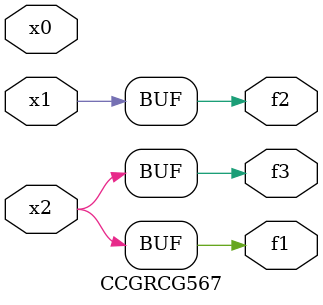
<source format=v>
module CCGRCG567(
	input x0, x1, x2,
	output f1, f2, f3
);
	assign f1 = x2;
	assign f2 = x1;
	assign f3 = x2;
endmodule

</source>
